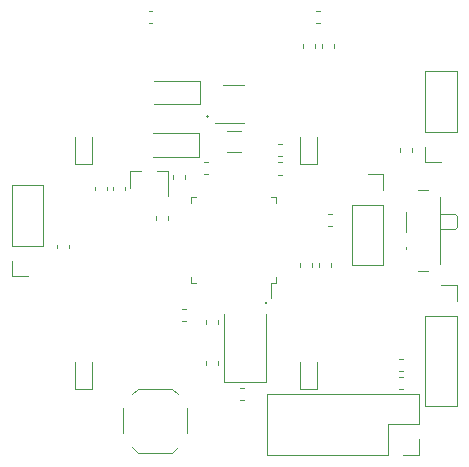
<source format=gbr>
G04 #@! TF.GenerationSoftware,KiCad,Pcbnew,(5.1.5-0-10_14)*
G04 #@! TF.CreationDate,2020-10-23T09:09:01-05:00*
G04 #@! TF.ProjectId,Generic_STM32_Keyboard,47656e65-7269-4635-9f53-544d33325f4b,rev?*
G04 #@! TF.SameCoordinates,Original*
G04 #@! TF.FileFunction,Legend,Bot*
G04 #@! TF.FilePolarity,Positive*
%FSLAX46Y46*%
G04 Gerber Fmt 4.6, Leading zero omitted, Abs format (unit mm)*
G04 Created by KiCad (PCBNEW (5.1.5-0-10_14)) date 2020-10-23 09:09:01*
%MOMM*%
%LPD*%
G04 APERTURE LIST*
%ADD10C,0.120000*%
G04 APERTURE END LIST*
D10*
X55016400Y-47500000D02*
G75*
G03X55016400Y-47500000I-101600J0D01*
G01*
X59994800Y-63296800D02*
G75*
G03X59994800Y-63296800I-101600J0D01*
G01*
X56315200Y-70004400D02*
X56315200Y-64254400D01*
X59915200Y-70004400D02*
X56315200Y-70004400D01*
X59915200Y-64254400D02*
X59915200Y-70004400D01*
X73370000Y-51370000D02*
X74700000Y-51370000D01*
X73370000Y-50040000D02*
X73370000Y-51370000D01*
X73370000Y-48770000D02*
X76030000Y-48770000D01*
X76030000Y-48770000D02*
X76030000Y-43630000D01*
X73370000Y-48770000D02*
X73370000Y-43630000D01*
X73370000Y-43630000D02*
X76030000Y-43630000D01*
X71190000Y-50462779D02*
X71190000Y-50137221D01*
X72210000Y-50462779D02*
X72210000Y-50137221D01*
X72830000Y-76170000D02*
X72830000Y-74840000D01*
X71500000Y-76170000D02*
X72830000Y-76170000D01*
X72830000Y-73570000D02*
X72830000Y-70970000D01*
X70230000Y-73570000D02*
X72830000Y-73570000D01*
X70230000Y-76170000D02*
X70230000Y-73570000D01*
X72830000Y-70970000D02*
X60010000Y-70970000D01*
X70230000Y-76170000D02*
X60010000Y-76170000D01*
X60010000Y-76170000D02*
X60010000Y-70970000D01*
X38370000Y-61030000D02*
X39700000Y-61030000D01*
X38370000Y-59700000D02*
X38370000Y-61030000D01*
X38370000Y-58430000D02*
X41030000Y-58430000D01*
X41030000Y-58430000D02*
X41030000Y-53290000D01*
X38370000Y-58430000D02*
X38370000Y-53290000D01*
X38370000Y-53290000D02*
X41030000Y-53290000D01*
X76030000Y-61770000D02*
X74700000Y-61770000D01*
X76030000Y-63100000D02*
X76030000Y-61770000D01*
X76030000Y-64370000D02*
X73370000Y-64370000D01*
X73370000Y-64370000D02*
X73370000Y-72050000D01*
X76030000Y-64370000D02*
X76030000Y-72050000D01*
X76030000Y-72050000D02*
X73370000Y-72050000D01*
X56547936Y-48721600D02*
X57752064Y-48721600D01*
X56547936Y-50541600D02*
X57752064Y-50541600D01*
X48407200Y-52106800D02*
X48407200Y-53566800D01*
X51567200Y-52106800D02*
X51567200Y-54266800D01*
X51567200Y-52106800D02*
X50637200Y-52106800D01*
X48407200Y-52106800D02*
X49337200Y-52106800D01*
X58050000Y-48041200D02*
X55600000Y-48041200D01*
X56250000Y-44821200D02*
X58050000Y-44821200D01*
X60310000Y-61553750D02*
X60310000Y-62843750D01*
X60760000Y-61553750D02*
X60310000Y-61553750D01*
X60760000Y-61103750D02*
X60760000Y-61553750D01*
X60760000Y-54333750D02*
X60310000Y-54333750D01*
X60760000Y-54783750D02*
X60760000Y-54333750D01*
X53540000Y-61553750D02*
X53990000Y-61553750D01*
X53540000Y-61103750D02*
X53540000Y-61553750D01*
X53540000Y-54333750D02*
X53990000Y-54333750D01*
X53540000Y-54783750D02*
X53540000Y-54333750D01*
X51945200Y-70533600D02*
X52435200Y-71023600D01*
X49045200Y-70533600D02*
X51945200Y-70533600D01*
X49045200Y-70533600D02*
X48555200Y-71023600D01*
X49045200Y-75973600D02*
X51945200Y-75973600D01*
X49045200Y-75973600D02*
X48555200Y-75483600D01*
X53215200Y-72213600D02*
X53215200Y-74293600D01*
X51945200Y-75973600D02*
X52435200Y-75483600D01*
X47775200Y-72213600D02*
X47775200Y-74293600D01*
X62990000Y-41662779D02*
X62990000Y-41337221D01*
X64010000Y-41662779D02*
X64010000Y-41337221D01*
X42190000Y-58662779D02*
X42190000Y-58337221D01*
X43210000Y-58662779D02*
X43210000Y-58337221D01*
X45413200Y-53756779D02*
X45413200Y-53431221D01*
X46433200Y-53756779D02*
X46433200Y-53431221D01*
X54650421Y-51331500D02*
X54975979Y-51331500D01*
X54650421Y-52351500D02*
X54975979Y-52351500D01*
X71137221Y-69590000D02*
X71462779Y-69590000D01*
X71137221Y-70610000D02*
X71462779Y-70610000D01*
X71137221Y-67990000D02*
X71462779Y-67990000D01*
X71137221Y-69010000D02*
X71462779Y-69010000D01*
X64462779Y-39610000D02*
X64137221Y-39610000D01*
X64462779Y-38590000D02*
X64137221Y-38590000D01*
X49937221Y-38590000D02*
X50262779Y-38590000D01*
X49937221Y-39610000D02*
X50262779Y-39610000D01*
X65462779Y-56810000D02*
X65137221Y-56810000D01*
X65462779Y-55790000D02*
X65137221Y-55790000D01*
X69830000Y-52370000D02*
X68500000Y-52370000D01*
X69830000Y-53700000D02*
X69830000Y-52370000D01*
X69830000Y-54970000D02*
X67170000Y-54970000D01*
X67170000Y-54970000D02*
X67170000Y-60110000D01*
X69830000Y-54970000D02*
X69830000Y-60110000D01*
X69830000Y-60110000D02*
X67170000Y-60110000D01*
X54269200Y-44466000D02*
X50369200Y-44466000D01*
X54269200Y-46466000D02*
X50369200Y-46466000D01*
X54269200Y-44466000D02*
X54269200Y-46466000D01*
X54218400Y-48885600D02*
X50318400Y-48885600D01*
X54218400Y-50885600D02*
X50318400Y-50885600D01*
X54218400Y-48885600D02*
X54218400Y-50885600D01*
X62765000Y-70541250D02*
X62765000Y-68256250D01*
X64235000Y-70541250D02*
X62765000Y-70541250D01*
X64235000Y-68256250D02*
X64235000Y-70541250D01*
X43715000Y-70541250D02*
X43715000Y-68256250D01*
X45185000Y-70541250D02*
X43715000Y-70541250D01*
X45185000Y-68256250D02*
X45185000Y-70541250D01*
X62765000Y-51491250D02*
X62765000Y-49206250D01*
X64235000Y-51491250D02*
X62765000Y-51491250D01*
X64235000Y-49206250D02*
X64235000Y-51491250D01*
X43715000Y-51491250D02*
X43715000Y-49206250D01*
X45185000Y-51491250D02*
X43715000Y-51491250D01*
X45185000Y-49206250D02*
X45185000Y-51491250D01*
X55831200Y-68239321D02*
X55831200Y-68564879D01*
X54811200Y-68239321D02*
X54811200Y-68564879D01*
X58023979Y-71477600D02*
X57698421Y-71477600D01*
X58023979Y-70457600D02*
X57698421Y-70457600D01*
X60937221Y-49790000D02*
X61262779Y-49790000D01*
X60937221Y-50810000D02*
X61262779Y-50810000D01*
X60937221Y-51390000D02*
X61262779Y-51390000D01*
X60937221Y-52410000D02*
X61262779Y-52410000D01*
X53075279Y-64810000D02*
X52749721Y-64810000D01*
X53075279Y-63790000D02*
X52749721Y-63790000D01*
X55810000Y-64737221D02*
X55810000Y-65062779D01*
X54790000Y-64737221D02*
X54790000Y-65062779D01*
X64390000Y-60262779D02*
X64390000Y-59937221D01*
X65410000Y-60262779D02*
X65410000Y-59937221D01*
X51610000Y-55937221D02*
X51610000Y-56262779D01*
X50590000Y-55937221D02*
X50590000Y-56262779D01*
X62790000Y-60262779D02*
X62790000Y-59937221D01*
X63810000Y-60262779D02*
X63810000Y-59937221D01*
X64590000Y-41662779D02*
X64590000Y-41337221D01*
X65610000Y-41662779D02*
X65610000Y-41337221D01*
X46937200Y-53756779D02*
X46937200Y-53431221D01*
X47957200Y-53756779D02*
X47957200Y-53431221D01*
X53037200Y-52466021D02*
X53037200Y-52791579D01*
X52017200Y-52466021D02*
X52017200Y-52791579D01*
X73567200Y-60600000D02*
X72777200Y-60600000D01*
X72777200Y-53700000D02*
X73567200Y-53700000D01*
X71727200Y-55550000D02*
X71727200Y-57250000D01*
X74577200Y-54300000D02*
X74577200Y-60000000D01*
X75867200Y-57050000D02*
X74577200Y-57050000D01*
X76077200Y-55950000D02*
X76077200Y-56850000D01*
X74577200Y-55750000D02*
X75867200Y-55750000D01*
X75867200Y-57050000D02*
X76077200Y-56850000D01*
X75867200Y-55750000D02*
X76077200Y-55950000D01*
X71727200Y-58550000D02*
X71727200Y-58750000D01*
M02*

</source>
